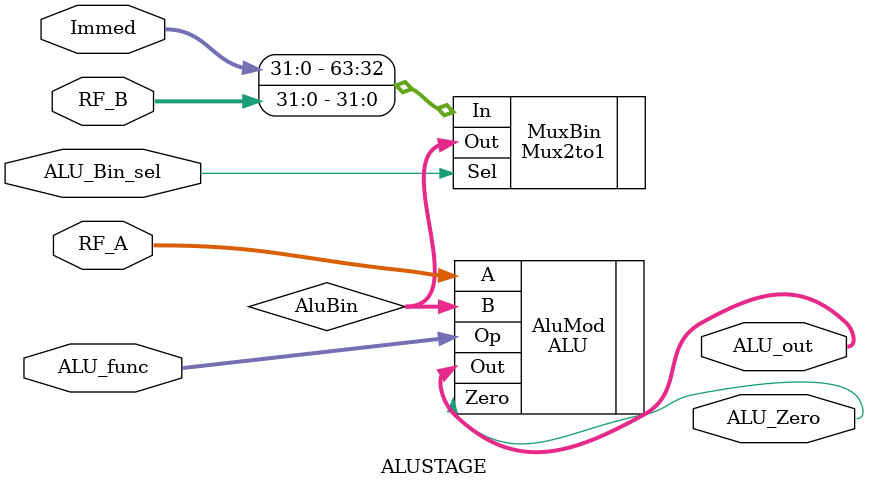
<source format=v>
`timescale 1ns / 1ps
module ALUSTAGE(
	input  wire [31:0] RF_A, RF_B, Immed,
	input  wire ALU_Bin_sel,
	input  wire [3:0] ALU_func,
	output wire [31:0] ALU_out,
	output wire ALU_Zero
    );

	wire [31:0] AluBin;
	
	Mux2to1 MuxBin(.Out(AluBin), .In({Immed, RF_B}), .Sel(ALU_Bin_sel));
	ALU AluMod(.Out(ALU_out), .Zero(ALU_Zero), .A(RF_A), .B(AluBin), .Op(ALU_func));

endmodule

</source>
